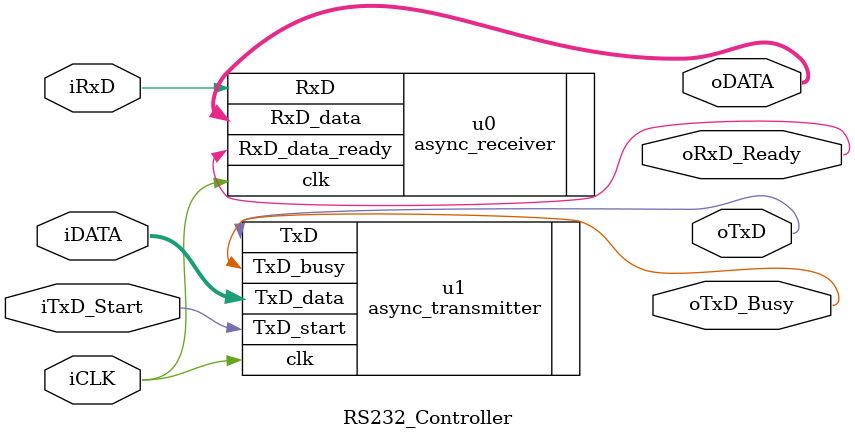
<source format=v>
module RS232_Controller(oDATA,iDATA,oTxD,oTxD_Busy,iTxD_Start,
						iRxD,oRxD_Ready,iCLK);
input [7:0] iDATA;
input iTxD_Start,iRxD,iCLK;
output [7:0] oDATA;
output oTxD,oTxD_Busy,oRxD_Ready;

async_receiver		u0	(	.clk(iCLK), .RxD(iRxD),
							.RxD_data_ready(oRxD_Ready),
						 	.RxD_data(oDATA));
async_transmitter	u1	(	.clk(iCLK), .TxD_start(iTxD_Start),
							.TxD_data(iDATA), .TxD(oTxD),
							.TxD_busy(oTxD_Busy));
							
endmodule
</source>
